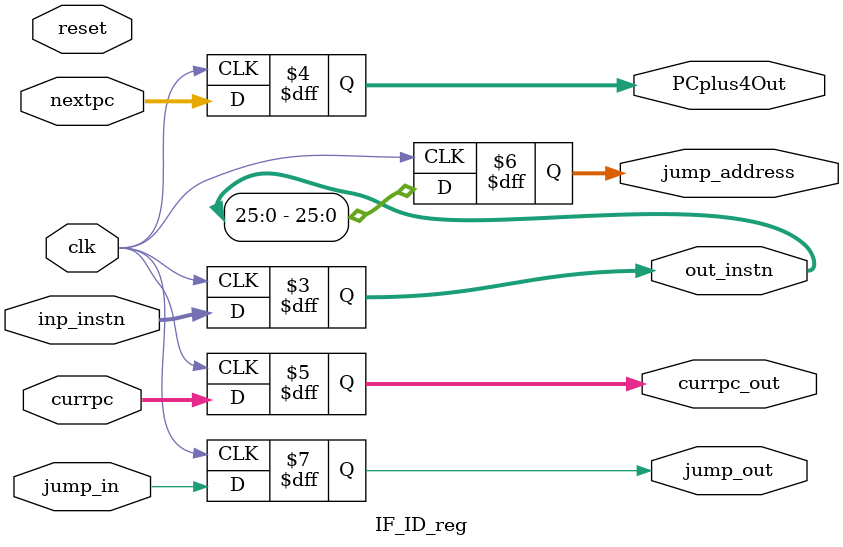
<source format=v>
module IF_ID_reg(currpc, nextpc ,inp_instn ,out_instn ,clk ,PCplus4Out, currpc_out, jump_in, jump_out, jump_address, reset);

  input wire [31:0] inp_instn,nextpc, currpc;
  input clk, reset, jump_in;
  reg flag_if_id;
  output reg [31:0] out_instn, PCplus4Out, currpc_out;
  reg [31:0] t_inp_instn, t_nextpc, t_currpc;
  output reg[25:0] jump_address;
  output reg jump_out;

  always @(posedge reset)
    begin
      flag_if_id = 1'b0;
    end

  always @(negedge clk)
    begin
      jump_address = out_instn[25:0];
      PCplus4Out <= nextpc;
      currpc_out <= currpc;
      out_instn = inp_instn;
      jump_out <= jump_in;
    end

endmodule

</source>
